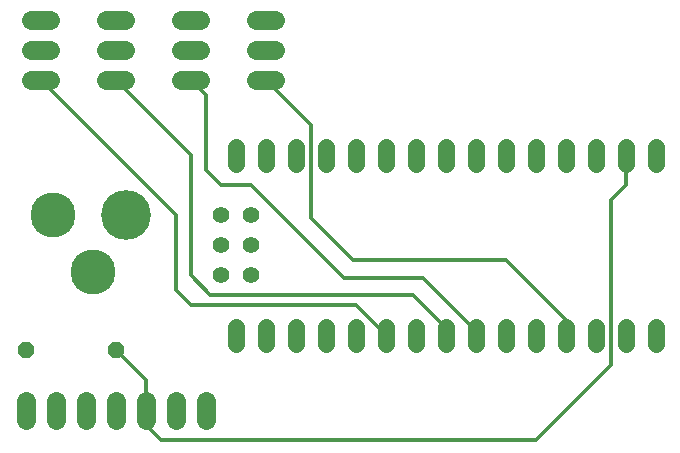
<source format=gbl>
G04 EAGLE Gerber RS-274X export*
G75*
%MOMM*%
%FSLAX34Y34*%
%LPD*%
%INBottom Copper*%
%IPPOS*%
%AMOC8*
5,1,8,0,0,1.08239X$1,22.5*%
G01*
%ADD10C,4.216000*%
%ADD11C,3.816000*%
%ADD12C,1.625600*%
%ADD13C,1.409600*%
%ADD14C,1.409600*%
%ADD15P,1.539592X8X202.500000*%
%ADD16C,0.304800*%


D10*
X136000Y558800D03*
D11*
X73500Y558800D03*
X107500Y510800D03*
D12*
X182372Y673100D02*
X198628Y673100D01*
X198628Y698500D02*
X182372Y698500D01*
X182372Y723900D02*
X198628Y723900D01*
X245872Y673100D02*
X262128Y673100D01*
X262128Y698500D02*
X245872Y698500D01*
X245872Y723900D02*
X262128Y723900D01*
X135128Y673100D02*
X118872Y673100D01*
X118872Y698500D02*
X135128Y698500D01*
X135128Y723900D02*
X118872Y723900D01*
X71628Y673100D02*
X55372Y673100D01*
X55372Y698500D02*
X71628Y698500D01*
X71628Y723900D02*
X55372Y723900D01*
D13*
X228600Y464248D02*
X228600Y450152D01*
X254000Y450152D02*
X254000Y464248D01*
X279400Y464248D02*
X279400Y450152D01*
X304800Y450152D02*
X304800Y464248D01*
X330200Y464248D02*
X330200Y450152D01*
X355600Y450152D02*
X355600Y464248D01*
X381000Y464248D02*
X381000Y450152D01*
X406400Y450152D02*
X406400Y464248D01*
X431800Y464248D02*
X431800Y450152D01*
X457200Y450152D02*
X457200Y464248D01*
X482600Y464248D02*
X482600Y450152D01*
X508000Y450152D02*
X508000Y464248D01*
X228600Y602552D02*
X228600Y616648D01*
X254000Y616648D02*
X254000Y602552D01*
X279400Y602552D02*
X279400Y616648D01*
X431800Y616648D02*
X431800Y602552D01*
X457200Y602552D02*
X457200Y616648D01*
X482600Y616648D02*
X482600Y602552D01*
X508000Y602552D02*
X508000Y616648D01*
X584200Y616648D02*
X584200Y602552D01*
X584200Y464248D02*
X584200Y450152D01*
X558800Y450152D02*
X558800Y464248D01*
X533400Y464248D02*
X533400Y450152D01*
X558800Y602552D02*
X558800Y616648D01*
X533400Y616648D02*
X533400Y602552D01*
X304800Y602552D02*
X304800Y616648D01*
D14*
X241300Y558800D03*
X241300Y533400D03*
X241300Y508000D03*
D13*
X406400Y602552D02*
X406400Y616648D01*
X381000Y616648D02*
X381000Y602552D01*
X355600Y602552D02*
X355600Y616648D01*
X330200Y616648D02*
X330200Y602552D01*
D14*
X215900Y558800D03*
X215900Y533400D03*
X215900Y508000D03*
D12*
X50800Y401828D02*
X50800Y385572D01*
X76200Y385572D02*
X76200Y401828D01*
X101600Y401828D02*
X101600Y385572D01*
X127000Y385572D02*
X127000Y401828D01*
X152400Y401828D02*
X152400Y385572D01*
X177800Y385572D02*
X177800Y401828D01*
X203200Y401828D02*
X203200Y385572D01*
D15*
X127000Y444500D03*
X50800Y444500D03*
D16*
X177800Y558800D02*
X63500Y673100D01*
X177800Y558800D02*
X177800Y495300D01*
X190500Y482600D01*
X330200Y482600D01*
X355600Y457200D01*
X190500Y609600D02*
X127000Y673100D01*
X190500Y609600D02*
X190500Y508000D01*
X207010Y491490D01*
X378460Y491490D01*
X406400Y463550D01*
X406400Y457200D01*
X387350Y505460D02*
X320040Y505460D01*
X387350Y505460D02*
X431800Y461010D01*
X431800Y457200D01*
X203200Y660400D02*
X190500Y673100D01*
X203200Y660400D02*
X203200Y596900D01*
X215900Y584200D01*
X241300Y584200D01*
X320040Y505460D01*
X292100Y635000D02*
X254000Y673100D01*
X292100Y635000D02*
X292100Y556260D01*
X327660Y520700D01*
X457200Y520700D01*
X508000Y469900D01*
X508000Y457200D01*
X152400Y419100D02*
X127000Y444500D01*
X152400Y419100D02*
X152400Y393700D01*
X482600Y368300D02*
X546100Y431800D01*
X546100Y571500D01*
X558800Y584200D01*
X558800Y609600D01*
X152400Y393700D02*
X152400Y381000D01*
X165100Y368300D01*
X482600Y368300D01*
M02*

</source>
